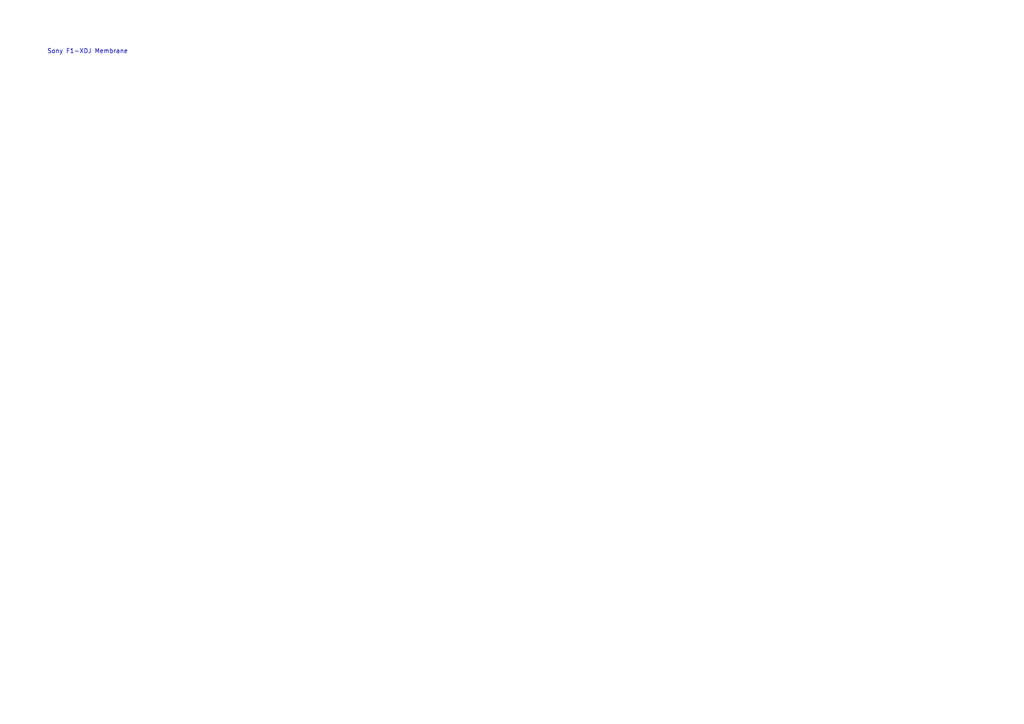
<source format=kicad_sch>
(kicad_sch
	(version 20250114)
	(generator "eeschema")
	(generator_version "9.0")
	(uuid "afa97a65-6741-485a-b528-0fab2f4e7b40")
	(paper "A4")
	(lib_symbols)
	(text "Sony F1-XDJ Membrane"
		(exclude_from_sim no)
		(at 25.4 14.986 0)
		(effects
			(font
				(size 1.27 1.27)
			)
		)
		(uuid "dafaad2c-0df6-4265-adf9-deedbe585566")
	)
	(sheet_instances
		(path "/"
			(page "1")
		)
	)
	(embedded_fonts no)
)

</source>
